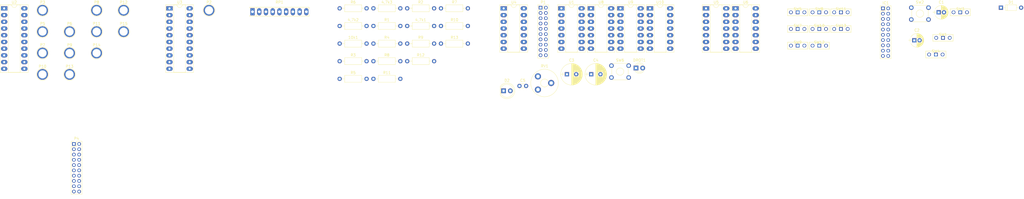
<source format=kicad_pcb>
(kicad_pcb (version 20171130) (host pcbnew no-vcs-found-7586afd~61~ubuntu16.04.1)
  (layers (0 F.Cu signal) (31 B.Cu signal) (34 B.Paste user) (35 F.Paste user) (36 B.SilkS user) (37 F.SilkS user) (38 B.Mask user) (39 F.Mask user) (44 Edge.Cuts user))
  (net 0 "")
  (net 1 en-ln1)
  (net 2 en-ln2)
  (net 3 enSTW)
  (net 4 clrAkku)
  (net 5 clrPC)
  (net 6 enDEC)
  (net 7 loadIR)
  (net 8 clrMPC)
  (net 9 enAkku)
  (net 10 CLK)
  (net 11 auto)
  (net 12 GND)
  (net 13 VCC)
  (net 14 "Net-(4,7k2-Pad1)")
  (net 15 "Net-(U2-Pad17)")
  (net 16 "Net-(R5-Pad1)")
  (net 17 "Net-(U2-Pad16)")
  (net 18 "Net-(C2-Pad1)")
  (net 19 "Net-(U1-Pad6)")
  (net 20 "Net-(R6-Pad1)")
  (net 21 "Net-(U3-Pad1)")
  (net 22 "Net-(RP1-Pad9)")
  (net 23 /a0)
  (net 24 "Net-(RP1-Pad8)")
  (net 25 /a1)
  (net 26 "Net-(RP1-Pad7)")
  (net 27 /a2)
  (net 28 "Net-(RP1-Pad6)")
  (net 29 /a3)
  (net 30 "Net-(RP1-Pad5)")
  (net 31 /a4)
  (net 32 "Net-(RP1-Pad4)")
  (net 33 /a5)
  (net 34 "Net-(RP1-Pad3)")
  (net 35 /a6)
  (net 36 "Net-(RP1-Pad2)")
  (net 37 /a7)
  (net 38 "Net-(4,7k1-Pad2)")
  (net 39 "Net-(4,7k3-Pad2)")
  (net 40 "Net-(10k1-Pad1)")
  (net 41 "Net-(D1-Pad2)")
  (net 42 "Net-(C1-Pad1)")
  (net 43 "Net-(DROT1-Pad2)")
  (net 44 "Net-(R4-Pad1)")
  (net 45 "Net-(D2-Pad1)")
  (net 46 "Net-(R7-Pad1)")
  (net 47 "Net-(C3-Pad1)")
  (net 48 "Net-(C3-Pad2)")
  (net 49 "Net-(C4-Pad2)")
  (net 50 "Net-(C5-Pad2)")
  (net 51 "Net-(IC1-Pad13)")
  (net 52 "Net-(U1-Pad12)")
  (net 53 "Net-(U1-Pad11)")
  (net 54 "Net-(U10-Pad3)")
  (net 55 "Net-(U6-Pad6)")
  (net 56 "Net-(U10-Pad1)")
  (net 57 "Net-(U1-Pad10)")
  (net 58 "Net-(U4-Pad9)")
  (net 59 "Net-(IC1-Pad8)")
  (net 60 "Net-(U5-Pad10)")
  (net 61 "Net-(U5-Pad3)")
  (net 62 "Net-(IC1-Pad6)")
  (net 63 "Net-(IC1-Pad7)")
  (net 64 "Net-(IC1-Pad9)")
  (module Connect:1pin (layer F.Cu) (at 26.258333 4.0055)
    (fp_text reference P3 (at 0 -3.048) (layer F.SilkS))
    (fp_text value CONN_01X01)
    (pad 1 thru_hole circle (at 0 0) (size 4.064 4.064) (drill 3.048) (layers *.Cu *.Mask) (net 13 VCC))
  )
  (module Connect:1pin (layer F.Cu) (at 26.258333 12.0955)
    (fp_text reference P5 (at 0 -3.048) (layer F.SilkS))
    (fp_text value CONN_01X01)
    (pad 1 thru_hole circle (at 0 0) (size 4.064 4.064) (drill 3.048) (layers *.Cu *.Mask) (net 1 en-ln1))
  )
  (module Connect:1pin (layer F.Cu) (at 36.468333 12.0955)
    (fp_text reference P6 (at 0 -3.048) (layer F.SilkS))
    (fp_text value CONN_01X01)
    (pad 1 thru_hole circle (at 0 0) (size 4.064 4.064) (drill 3.048) (layers *.Cu *.Mask) (net 2 en-ln2))
  )
  (module Connect:1pin (layer F.Cu) (at 26.258333 20.1855)
    (fp_text reference P7 (at 0 -3.048) (layer F.SilkS))
    (fp_text value CONN_01X01)
    (pad 1 thru_hole circle (at 0 0) (size 4.064 4.064) (drill 3.048) (layers *.Cu *.Mask) (net 3 enSTW))
  )
  (module Connect:1pin (layer F.Cu) (at 46.678333 4.0055)
    (fp_text reference P8 (at 0 -3.048) (layer F.SilkS))
    (fp_text value CONN_01X01)
    (pad 1 thru_hole circle (at 0 0) (size 4.064 4.064) (drill 3.048) (layers *.Cu *.Mask) (net 4 clrAkku))
  )
  (module Connect:1pin (layer F.Cu) (at 36.468333 20.1855)
    (fp_text reference P9 (at 0 -3.048) (layer F.SilkS))
    (fp_text value CONN_01X01)
    (pad 1 thru_hole circle (at 0 0) (size 4.064 4.064) (drill 3.048) (layers *.Cu *.Mask) (net 5 clrPC))
  )
  (module Connect:1pin (layer F.Cu) (at 26.258333 28.2755)
    (fp_text reference P10 (at 0 -3.048) (layer F.SilkS))
    (fp_text value CONN_01X01)
    (pad 1 thru_hole circle (at 0 0) (size 4.064 4.064) (drill 3.048) (layers *.Cu *.Mask) (net 6 enDEC))
  )
  (module Connect:1pin (layer F.Cu) (at 46.678333 12.0955)
    (fp_text reference P11 (at 0 -3.048) (layer F.SilkS))
    (fp_text value CONN_01X01)
    (pad 1 thru_hole circle (at 0 0) (size 4.064 4.064) (drill 3.048) (layers *.Cu *.Mask) (net 7 loadIR))
  )
  (module Connect:1pin (layer F.Cu) (at 56.888333 4.0055)
    (fp_text reference P12 (at 0 -3.048) (layer F.SilkS))
    (fp_text value CONN_01X01)
    (pad 1 thru_hole circle (at 0 0) (size 4.064 4.064) (drill 3.048) (layers *.Cu *.Mask) (net 8 clrMPC))
  )
  (module Connect:1pin (layer F.Cu) (at 36.468333 28.2755)
    (fp_text reference P13 (at 0 -3.048) (layer F.SilkS))
    (fp_text value CONN_01X01)
    (pad 1 thru_hole circle (at 0 0) (size 4.064 4.064) (drill 3.048) (layers *.Cu *.Mask) (net 9 enAkku))
  )
  (module Connect:1pin (layer F.Cu) (at 46.678333 20.1855)
    (fp_text reference P14 (at 0 -3.048) (layer F.SilkS))
    (fp_text value CONN_01X01)
    (pad 1 thru_hole circle (at 0 0) (size 4.064 4.064) (drill 3.048) (layers *.Cu *.Mask) (net 10 CLK))
  )
  (module Connect:1pin (layer F.Cu) (at 56.888333 12.0955)
    (fp_text reference P15 (at 0 -3.048) (layer F.SilkS))
    (fp_text value CONN_01X01)
    (pad 1 thru_hole circle (at 0 0) (size 4.064 4.064) (drill 3.048) (layers *.Cu *.Mask) (net 11 auto))
  )
  (module Housings_DIP:DIP-20_W7.62mm_Socket_LongPads (layer F.Cu) (at 11.775001 3.2875)
    (fp_text reference U2 (at 3.81 -2.33) (layer F.SilkS))
    (fp_text value 74540En)
    (pad 20 thru_hole oval (at 7.62 0) (size 2.4 1.6) (drill 0.8) (layers *.Cu *.Mask))
    (pad 10 thru_hole oval (at 0 22.86) (size 2.4 1.6) (drill 0.8) (layers *.Cu *.Mask) (net 12 GND))
    (pad 19 thru_hole oval (at 7.62 2.54) (size 2.4 1.6) (drill 0.8) (layers *.Cu *.Mask) (net 12 GND))
    (pad 9 thru_hole oval (at 0 20.32) (size 2.4 1.6) (drill 0.8) (layers *.Cu *.Mask) (net 16 "Net-(R5-Pad1)"))
    (pad 18 thru_hole oval (at 7.62 5.08) (size 2.4 1.6) (drill 0.8) (layers *.Cu *.Mask) (net 14 "Net-(4,7k2-Pad1)"))
    (pad 8 thru_hole oval (at 0 17.78) (size 2.4 1.6) (drill 0.8) (layers *.Cu *.Mask) (net 16 "Net-(R5-Pad1)"))
    (pad 17 thru_hole oval (at 7.62 7.62) (size 2.4 1.6) (drill 0.8) (layers *.Cu *.Mask) (net 15 "Net-(U2-Pad17)"))
    (pad 7 thru_hole oval (at 0 15.24) (size 2.4 1.6) (drill 0.8) (layers *.Cu *.Mask) (net 20 "Net-(R6-Pad1)"))
    (pad 16 thru_hole oval (at 7.62 10.16) (size 2.4 1.6) (drill 0.8) (layers *.Cu *.Mask) (net 17 "Net-(U2-Pad16)"))
    (pad 6 thru_hole oval (at 0 12.7) (size 2.4 1.6) (drill 0.8) (layers *.Cu *.Mask) (net 20 "Net-(R6-Pad1)"))
    (pad 15 thru_hole oval (at 7.62 12.7) (size 2.4 1.6) (drill 0.8) (layers *.Cu *.Mask) (net 8 clrMPC))
    (pad 5 thru_hole oval (at 0 10.16) (size 2.4 1.6) (drill 0.8) (layers *.Cu *.Mask) (net 20 "Net-(R6-Pad1)"))
    (pad 14 thru_hole oval (at 7.62 15.24) (size 2.4 1.6) (drill 0.8) (layers *.Cu *.Mask) (net 9 enAkku))
    (pad 4 thru_hole oval (at 0 7.62) (size 2.4 1.6) (drill 0.8) (layers *.Cu *.Mask) (net 18 "Net-(C2-Pad1)"))
    (pad 13 thru_hole oval (at 7.62 17.78) (size 2.4 1.6) (drill 0.8) (layers *.Cu *.Mask) (net 7 loadIR))
    (pad 3 thru_hole oval (at 0 5.08) (size 2.4 1.6) (drill 0.8) (layers *.Cu *.Mask) (net 17 "Net-(U2-Pad16)"))
    (pad 12 thru_hole oval (at 7.62 20.32) (size 2.4 1.6) (drill 0.8) (layers *.Cu *.Mask) (net 4 clrAkku))
    (pad 2 thru_hole oval (at 0 2.54) (size 2.4 1.6) (drill 0.8) (layers *.Cu *.Mask) (net 15 "Net-(U2-Pad17)"))
    (pad 11 thru_hole oval (at 7.62 22.86) (size 2.4 1.6) (drill 0.8) (layers *.Cu *.Mask) (net 5 clrPC))
    (pad 1 thru_hole rect (at 0 0) (size 2.4 1.6) (drill 0.8) (layers *.Cu *.Mask) (net 19 "Net-(U1-Pad6)"))
  )
  (module Connect:1pin (layer F.Cu) (at 89.125 4.0055)
    (fp_text reference P2 (at 0 -3.048) (layer F.SilkS))
    (fp_text value CONN_01X01)
    (pad 1 thru_hole circle (at 0 0) (size 4.064 4.064) (drill 3.048) (layers *.Cu *.Mask) (net 12 GND))
  )
  (module Housings_DIP:DIP-20_W7.62mm_Socket_LongPads (layer F.Cu) (at 74.199762 3.2875)
    (fp_text reference U3 (at 3.81 -2.33) (layer F.SilkS))
    (fp_text value 74HCT541_PWR)
    (pad 20 thru_hole oval (at 7.62 0) (size 2.4 1.6) (drill 0.8) (layers *.Cu *.Mask) (net 13 VCC))
    (pad 10 thru_hole oval (at 0 22.86) (size 2.4 1.6) (drill 0.8) (layers *.Cu *.Mask) (net 12 GND))
    (pad 19 thru_hole oval (at 7.62 2.54) (size 2.4 1.6) (drill 0.8) (layers *.Cu *.Mask) (net 21 "Net-(U3-Pad1)"))
    (pad 9 thru_hole oval (at 0 20.32) (size 2.4 1.6) (drill 0.8) (layers *.Cu *.Mask) (net 22 "Net-(RP1-Pad9)"))
    (pad 18 thru_hole oval (at 7.62 5.08) (size 2.4 1.6) (drill 0.8) (layers *.Cu *.Mask) (net 23 /a0))
    (pad 8 thru_hole oval (at 0 17.78) (size 2.4 1.6) (drill 0.8) (layers *.Cu *.Mask) (net 24 "Net-(RP1-Pad8)"))
    (pad 17 thru_hole oval (at 7.62 7.62) (size 2.4 1.6) (drill 0.8) (layers *.Cu *.Mask) (net 25 /a1))
    (pad 7 thru_hole oval (at 0 15.24) (size 2.4 1.6) (drill 0.8) (layers *.Cu *.Mask) (net 26 "Net-(RP1-Pad7)"))
    (pad 16 thru_hole oval (at 7.62 10.16) (size 2.4 1.6) (drill 0.8) (layers *.Cu *.Mask) (net 27 /a2))
    (pad 6 thru_hole oval (at 0 12.7) (size 2.4 1.6) (drill 0.8) (layers *.Cu *.Mask) (net 28 "Net-(RP1-Pad6)"))
    (pad 15 thru_hole oval (at 7.62 12.7) (size 2.4 1.6) (drill 0.8) (layers *.Cu *.Mask) (net 29 /a3))
    (pad 5 thru_hole oval (at 0 10.16) (size 2.4 1.6) (drill 0.8) (layers *.Cu *.Mask) (net 30 "Net-(RP1-Pad5)"))
    (pad 14 thru_hole oval (at 7.62 15.24) (size 2.4 1.6) (drill 0.8) (layers *.Cu *.Mask) (net 31 /a4))
    (pad 4 thru_hole oval (at 0 7.62) (size 2.4 1.6) (drill 0.8) (layers *.Cu *.Mask) (net 32 "Net-(RP1-Pad4)"))
    (pad 13 thru_hole oval (at 7.62 17.78) (size 2.4 1.6) (drill 0.8) (layers *.Cu *.Mask) (net 33 /a5))
    (pad 3 thru_hole oval (at 0 5.08) (size 2.4 1.6) (drill 0.8) (layers *.Cu *.Mask) (net 34 "Net-(RP1-Pad3)"))
    (pad 12 thru_hole oval (at 7.62 20.32) (size 2.4 1.6) (drill 0.8) (layers *.Cu *.Mask) (net 35 /a6))
    (pad 2 thru_hole oval (at 0 2.54) (size 2.4 1.6) (drill 0.8) (layers *.Cu *.Mask) (net 36 "Net-(RP1-Pad2)"))
    (pad 11 thru_hole oval (at 7.62 22.86) (size 2.4 1.6) (drill 0.8) (layers *.Cu *.Mask) (net 37 /a7))
    (pad 1 thru_hole rect (at 0 0) (size 2.4 1.6) (drill 0.8) (layers *.Cu *.Mask) (net 21 "Net-(U3-Pad1)"))
  )
  (module Housings_SIP:SIP9_Housing_BigPads (layer F.Cu) (at 115.708335 4.5575)
    (fp_text reference RP1 (at 0 -3.6) (layer F.SilkS))
    (fp_text value R_PACK8BUSSED)
    (pad 9 thru_hole oval (at 10.16 0 90) (size 2.7 1.6) (drill 1) (layers *.Cu *.Mask) (net 22 "Net-(RP1-Pad9)"))
    (pad 8 thru_hole oval (at 7.62 0 90) (size 2.7 1.6) (drill 1) (layers *.Cu *.Mask) (net 24 "Net-(RP1-Pad8)"))
    (pad 7 thru_hole oval (at 5.08 0 90) (size 2.7 1.6) (drill 1) (layers *.Cu *.Mask) (net 26 "Net-(RP1-Pad7)"))
    (pad 6 thru_hole oval (at 2.54 0 90) (size 2.7 1.6) (drill 1) (layers *.Cu *.Mask) (net 28 "Net-(RP1-Pad6)"))
    (pad 5 thru_hole oval (at 0 0 90) (size 2.7 1.6) (drill 1) (layers *.Cu *.Mask) (net 30 "Net-(RP1-Pad5)"))
    (pad 4 thru_hole oval (at -2.54 0 90) (size 2.7 1.6) (drill 1) (layers *.Cu *.Mask) (net 32 "Net-(RP1-Pad4)"))
    (pad 3 thru_hole oval (at -5.08 0 90) (size 2.7 1.6) (drill 1) (layers *.Cu *.Mask) (net 34 "Net-(RP1-Pad3)"))
    (pad 2 thru_hole oval (at -7.62 0 90) (size 2.7 1.6) (drill 1) (layers *.Cu *.Mask) (net 36 "Net-(RP1-Pad2)"))
    (pad 1 thru_hole rect (at -10.16 0 90) (size 2.7 1.6) (drill 1) (layers *.Cu *.Mask) (net 13 VCC))
  )
  (module Resistors_ThroughHole:R_Axial_DIN0207_L6.3mm_D2.5mm_P10.16mm_Horizontal (layer F.Cu) (at 163.958337 9.9375)
    (fp_text reference 4,7k1 (at 5.08 -2.31) (layer F.SilkS))
    (fp_text value .)
    (pad 2 thru_hole oval (at 10.16 0) (size 1.6 1.6) (drill 0.8) (layers *.Cu *.Mask) (net 38 "Net-(4,7k1-Pad2)"))
    (pad 1 thru_hole circle (at 0 0) (size 1.6 1.6) (drill 0.8) (layers *.Cu *.Mask) (net 13 VCC))
  )
  (module Resistors_ThroughHole:R_Axial_DIN0207_L6.3mm_D2.5mm_P10.16mm_Horizontal (layer F.Cu) (at 138.458337 9.9375)
    (fp_text reference 4,7k2 (at 5.08 -2.31) (layer F.SilkS))
    (fp_text value .)
    (pad 1 thru_hole circle (at 0 0) (size 1.6 1.6) (drill 0.8) (layers *.Cu *.Mask) (net 14 "Net-(4,7k2-Pad1)"))
    (pad 2 thru_hole oval (at 10.16 0) (size 1.6 1.6) (drill 0.8) (layers *.Cu *.Mask) (net 13 VCC))
  )
  (module Resistors_ThroughHole:R_Axial_DIN0207_L6.3mm_D2.5mm_P10.16mm_Horizontal (layer F.Cu) (at 151.208337 3.2675)
    (fp_text reference 4,7k3 (at 5.08 -2.31) (layer F.SilkS))
    (fp_text value .)
    (pad 1 thru_hole circle (at 0 0) (size 1.6 1.6) (drill 0.8) (layers *.Cu *.Mask) (net 13 VCC))
    (pad 2 thru_hole oval (at 10.16 0) (size 1.6 1.6) (drill 0.8) (layers *.Cu *.Mask) (net 39 "Net-(4,7k3-Pad2)"))
  )
  (module Resistors_ThroughHole:R_Axial_DIN0207_L6.3mm_D2.5mm_P10.16mm_Horizontal (layer F.Cu) (at 138.458337 16.6075)
    (fp_text reference 10k1 (at 5.08 -2.31) (layer F.SilkS))
    (fp_text value .)
    (pad 2 thru_hole oval (at 10.16 0) (size 1.6 1.6) (drill 0.8) (layers *.Cu *.Mask) (net 13 VCC))
    (pad 1 thru_hole circle (at 0 0) (size 1.6 1.6) (drill 0.8) (layers *.Cu *.Mask) (net 40 "Net-(10k1-Pad1)"))
  )
  (module Resistors_ThroughHole:R_Axial_DIN0207_L6.3mm_D2.5mm_P10.16mm_Horizontal (layer F.Cu) (at 151.208337 9.9375)
    (fp_text reference R1 (at 5.08 -2.31) (layer F.SilkS))
    (fp_text value 10k)
    (pad 1 thru_hole circle (at 0 0) (size 1.6 1.6) (drill 0.8) (layers *.Cu *.Mask) (net 13 VCC))
    (pad 2 thru_hole oval (at 10.16 0) (size 1.6 1.6) (drill 0.8) (layers *.Cu *.Mask) (net 41 "Net-(D1-Pad2)"))
  )
  (module Resistors_ThroughHole:R_Axial_DIN0207_L6.3mm_D2.5mm_P10.16mm_Horizontal (layer F.Cu) (at 163.958337 3.2675)
    (fp_text reference R2 (at 5.08 -2.31) (layer F.SilkS))
    (fp_text value 100)
    (pad 1 thru_hole circle (at 0 0) (size 1.6 1.6) (drill 0.8) (layers *.Cu *.Mask) (net 41 "Net-(D1-Pad2)"))
    (pad 2 thru_hole oval (at 10.16 0) (size 1.6 1.6) (drill 0.8) (layers *.Cu *.Mask) (net 42 "Net-(C1-Pad1)"))
  )
  (module Resistors_ThroughHole:R_Axial_DIN0207_L6.3mm_D2.5mm_P10.16mm_Horizontal (layer F.Cu) (at 138.458337 23.2775)
    (fp_text reference R3 (at 5.08 -2.31) (layer F.SilkS))
    (fp_text value 10k)
    (pad 2 thru_hole oval (at 10.16 0) (size 1.6 1.6) (drill 0.8) (layers *.Cu *.Mask) (net 18 "Net-(C2-Pad1)"))
    (pad 1 thru_hole circle (at 0 0) (size 1.6 1.6) (drill 0.8) (layers *.Cu *.Mask) (net 13 VCC))
  )
  (module Resistors_ThroughHole:R_Axial_DIN0207_L6.3mm_D2.5mm_P10.16mm_Horizontal (layer F.Cu) (at 151.208337 16.6075)
    (fp_text reference R4 (at 5.08 -2.31) (layer F.SilkS))
    (fp_text value R)
    (pad 2 thru_hole oval (at 10.16 0) (size 1.6 1.6) (drill 0.8) (layers *.Cu *.Mask) (net 43 "Net-(DROT1-Pad2)"))
    (pad 1 thru_hole circle (at 0 0) (size 1.6 1.6) (drill 0.8) (layers *.Cu *.Mask) (net 44 "Net-(R4-Pad1)"))
  )
  (module Resistors_ThroughHole:R_Axial_DIN0207_L6.3mm_D2.5mm_P10.16mm_Horizontal (layer F.Cu) (at 138.458337 29.9475)
    (fp_text reference R5 (at 5.08 -2.31) (layer F.SilkS))
    (fp_text value 470)
    (pad 2 thru_hole oval (at 10.16 0) (size 1.6 1.6) (drill 0.8) (layers *.Cu *.Mask) (net 12 GND))
    (pad 1 thru_hole circle (at 0 0) (size 1.6 1.6) (drill 0.8) (layers *.Cu *.Mask) (net 16 "Net-(R5-Pad1)"))
  )
  (module Resistors_ThroughHole:R_Axial_DIN0207_L6.3mm_D2.5mm_P10.16mm_Horizontal (layer F.Cu) (at 138.458337 3.2675)
    (fp_text reference R6 (at 5.08 -2.31) (layer F.SilkS))
    (fp_text value 470)
    (pad 2 thru_hole oval (at 10.16 0) (size 1.6 1.6) (drill 0.8) (layers *.Cu *.Mask) (net 13 VCC))
    (pad 1 thru_hole circle (at 0 0) (size 1.6 1.6) (drill 0.8) (layers *.Cu *.Mask) (net 20 "Net-(R6-Pad1)"))
  )
  (module Resistors_ThroughHole:R_Axial_DIN0207_L6.3mm_D2.5mm_P10.16mm_Horizontal (layer F.Cu) (at 176.708337 3.2675)
    (fp_text reference R7 (at 5.08 -2.31) (layer F.SilkS))
    (fp_text value 330)
    (pad 2 thru_hole oval (at 10.16 0) (size 1.6 1.6) (drill 0.8) (layers *.Cu *.Mask) (net 45 "Net-(D2-Pad1)"))
    (pad 1 thru_hole circle (at 0 0) (size 1.6 1.6) (drill 0.8) (layers *.Cu *.Mask) (net 46 "Net-(R7-Pad1)"))
  )
  (module Resistors_ThroughHole:R_Axial_DIN0207_L6.3mm_D2.5mm_P10.16mm_Horizontal (layer F.Cu) (at 151.208337 23.2775)
    (fp_text reference R8 (at 5.08 -2.31) (layer F.SilkS))
    (fp_text value 1,8k)
    (pad 1 thru_hole circle (at 0 0) (size 1.6 1.6) (drill 0.8) (layers *.Cu *.Mask) (net 9 enAkku))
    (pad 2 thru_hole oval (at 10.16 0) (size 1.6 1.6) (drill 0.8) (layers *.Cu *.Mask) (net 13 VCC))
  )
  (module Resistors_ThroughHole:R_Axial_DIN0207_L6.3mm_D2.5mm_P10.16mm_Horizontal (layer F.Cu) (at 163.958337 16.6075)
    (fp_text reference R9 (at 5.08 -2.31) (layer F.SilkS))
    (fp_text value 2,2k)
    (pad 2 thru_hole oval (at 10.16 0) (size 1.6 1.6) (drill 0.8) (layers *.Cu *.Mask) (net 9 enAkku))
    (pad 1 thru_hole circle (at 0 0) (size 1.6 1.6) (drill 0.8) (layers *.Cu *.Mask) (net 12 GND))
  )
  (module Resistors_ThroughHole:R_Axial_DIN0207_L6.3mm_D2.5mm_P10.16mm_Horizontal (layer F.Cu) (at 176.708337 9.9375)
    (fp_text reference R10 (at 5.08 -2.31) (layer F.SilkS))
    (fp_text value 4,7k)
    (pad 2 thru_hole oval (at 10.16 0) (size 1.6 1.6) (drill 0.8) (layers *.Cu *.Mask) (net 2 en-ln2))
    (pad 1 thru_hole circle (at 0 0) (size 1.6 1.6) (drill 0.8) (layers *.Cu *.Mask) (net 13 VCC))
  )
  (module Resistors_ThroughHole:R_Axial_DIN0207_L6.3mm_D2.5mm_P10.16mm_Horizontal (layer F.Cu) (at 151.208337 29.9475)
    (fp_text reference R11 (at 5.08 -2.31) (layer F.SilkS))
    (fp_text value 4,7k)
    (pad 1 thru_hole circle (at 0 0) (size 1.6 1.6) (drill 0.8) (layers *.Cu *.Mask) (net 1 en-ln1))
    (pad 2 thru_hole oval (at 10.16 0) (size 1.6 1.6) (drill 0.8) (layers *.Cu *.Mask) (net 13 VCC))
  )
  (module Resistors_ThroughHole:R_Axial_DIN0207_L6.3mm_D2.5mm_P10.16mm_Horizontal (layer F.Cu) (at 163.958337 23.2775)
    (fp_text reference R12 (at 5.08 -2.31) (layer F.SilkS))
    (fp_text value 1,8k)
    (pad 1 thru_hole circle (at 0 0) (size 1.6 1.6) (drill 0.8) (layers *.Cu *.Mask) (net 7 loadIR))
    (pad 2 thru_hole oval (at 10.16 0) (size 1.6 1.6) (drill 0.8) (layers *.Cu *.Mask) (net 13 VCC))
  )
  (module Resistors_ThroughHole:R_Axial_DIN0207_L6.3mm_D2.5mm_P10.16mm_Horizontal (layer F.Cu) (at 176.708337 16.6075)
    (fp_text reference R13 (at 5.08 -2.31) (layer F.SilkS))
    (fp_text value 2,2k)
    (pad 1 thru_hole circle (at 0 0) (size 1.6 1.6) (drill 0.8) (layers *.Cu *.Mask) (net 12 GND))
    (pad 2 thru_hole oval (at 10.16 0) (size 1.6 1.6) (drill 0.8) (layers *.Cu *.Mask) (net 7 loadIR))
  )
  (module Capacitors_ThroughHole:CP_Radial_D8.0mm_P3.50mm (layer F.Cu) (at 224.278339 28.2175)
    (fp_text reference C3 (at 1.75 -5.31) (layer F.SilkS))
    (fp_text value "220 µ")
    (pad 1 thru_hole rect (at 0 0) (size 1.6 1.6) (drill 0.8) (layers *.Cu *.Mask) (net 47 "Net-(C3-Pad1)"))
    (pad 2 thru_hole circle (at 3.5 0) (size 1.6 1.6) (drill 0.8) (layers *.Cu *.Mask) (net 48 "Net-(C3-Pad2)"))
  )
  (module Capacitors_ThroughHole:CP_Radial_D8.0mm_P3.50mm (layer F.Cu) (at 233.428339 28.2175)
    (fp_text reference C4 (at 1.75 -5.31) (layer F.SilkS))
    (fp_text value 220µ)
    (pad 2 thru_hole circle (at 3.5 0) (size 1.6 1.6) (drill 0.8) (layers *.Cu *.Mask) (net 49 "Net-(C4-Pad2)"))
    (pad 1 thru_hole rect (at 0 0) (size 1.6 1.6) (drill 0.8) (layers *.Cu *.Mask) (net 47 "Net-(C3-Pad1)"))
  )
  (module Capacitors_ThroughHole:C_Disc_D3.0mm_W1.6mm_P2.50mm (layer F.Cu) (at 206.358339 32.6375)
    (fp_text reference C5 (at 1.25 -2.11) (layer F.SilkS))
    (fp_text value 10n)
    (pad 2 thru_hole circle (at 2.5 0) (size 1.6 1.6) (drill 0.8) (layers *.Cu *.Mask) (net 50 "Net-(C5-Pad2)"))
    (pad 1 thru_hole circle (at 0 0) (size 1.6 1.6) (drill 0.8) (layers *.Cu *.Mask) (net 49 "Net-(C4-Pad2)"))
  )
  (module LEDs:LED_D5.0mm (layer F.Cu) (at 200.358339 34.4875)
    (fp_text reference D2 (at 1.27 -3.96) (layer F.SilkS))
    (fp_text value LED)
    (pad 2 thru_hole circle (at 2.54 0) (size 1.8 1.8) (drill 0.9) (layers *.Cu *.Mask) (net 13 VCC))
    (pad 1 thru_hole rect (at 0 0) (size 1.8 1.8) (drill 0.9) (layers *.Cu *.Mask) (net 45 "Net-(D2-Pad1)"))
  )
  (module LEDs:LED_D3.0mm (layer F.Cu) (at 250.34929 25.8675)
    (fp_text reference DROT1 (at 1.27 -2.96) (layer F.SilkS))
    (fp_text value LED)
    (pad 2 thru_hole circle (at 2.54 0) (size 1.8 1.8) (drill 0.9) (layers *.Cu *.Mask) (net 43 "Net-(DROT1-Pad2)"))
    (pad 1 thru_hole rect (at 0 0) (size 1.8 1.8) (drill 0.9) (layers *.Cu *.Mask) (net 12 GND))
  )
  (module Pin_Headers:Pin_Header_Straight_2x10_Pitch2.00mm (layer F.Cu) (at 214.311671 3.0175)
    (fp_text reference P1 (at 1 -2.06) (layer F.SilkS))
    (fp_text value CONN_02X10)
    (pad 20 thru_hole oval (at 2 18) (size 1.35 1.35) (drill 0.8) (layers *.Cu *.Mask) (net 12 GND))
    (pad 19 thru_hole oval (at 0 18) (size 1.35 1.35) (drill 0.8) (layers *.Cu *.Mask) (net 23 /a0))
    (pad 18 thru_hole oval (at 2 16) (size 1.35 1.35) (drill 0.8) (layers *.Cu *.Mask) (net 25 /a1))
    (pad 17 thru_hole oval (at 0 16) (size 1.35 1.35) (drill 0.8) (layers *.Cu *.Mask) (net 27 /a2))
    (pad 16 thru_hole oval (at 2 14) (size 1.35 1.35) (drill 0.8) (layers *.Cu *.Mask) (net 29 /a3))
    (pad 15 thru_hole oval (at 0 14) (size 1.35 1.35) (drill 0.8) (layers *.Cu *.Mask) (net 31 /a4))
    (pad 14 thru_hole oval (at 2 12) (size 1.35 1.35) (drill 0.8) (layers *.Cu *.Mask) (net 33 /a5))
    (pad 13 thru_hole oval (at 0 12) (size 1.35 1.35) (drill 0.8) (layers *.Cu *.Mask) (net 35 /a6))
    (pad 12 thru_hole oval (at 2 10) (size 1.35 1.35) (drill 0.8) (layers *.Cu *.Mask) (net 37 /a7))
    (pad 11 thru_hole oval (at 0 10) (size 1.35 1.35) (drill 0.8) (layers *.Cu *.Mask) (net 12 GND))
    (pad 10 thru_hole oval (at 2 8) (size 1.35 1.35) (drill 0.8) (layers *.Cu *.Mask) (net 12 GND))
    (pad 9 thru_hole oval (at 0 8) (size 1.35 1.35) (drill 0.8) (layers *.Cu *.Mask) (net 12 GND))
    (pad 8 thru_hole oval (at 2 6) (size 1.35 1.35) (drill 0.8) (layers *.Cu *.Mask) (net 12 GND))
    (pad 7 thru_hole oval (at 0 6) (size 1.35 1.35) (drill 0.8) (layers *.Cu *.Mask) (net 12 GND))
    (pad 6 thru_hole oval (at 2 4) (size 1.35 1.35) (drill 0.8) (layers *.Cu *.Mask) (net 12 GND))
    (pad 5 thru_hole oval (at 0 4) (size 1.35 1.35) (drill 0.8) (layers *.Cu *.Mask) (net 12 GND))
    (pad 4 thru_hole oval (at 2 2) (size 1.35 1.35) (drill 0.8) (layers *.Cu *.Mask) (net 12 GND))
    (pad 3 thru_hole oval (at 0 2) (size 1.35 1.35) (drill 0.8) (layers *.Cu *.Mask) (net 12 GND))
    (pad 2 thru_hole oval (at 2 0) (size 1.35 1.35) (drill 0.8) (layers *.Cu *.Mask) (net 12 GND))
    (pad 1 thru_hole rect (at 0 0) (size 1.35 1.35) (drill 0.8) (layers *.Cu *.Mask) (net 12 GND))
  )
  (module Potentiometers:Potentiometer_Trimmer_Piher_PT-10v5_Horizontal_Px5.0mm_Py5.0mm (layer F.Cu) (at 213.328339 34.0275)
    (fp_text reference RV1 (at 2.5 -8.9) (layer F.SilkS))
    (fp_text value POT)
    (pad 1 thru_hole circle (at 0 0) (size 2.34 2.34) (drill 1.3) (layers *.Cu *.Mask) (net 13 VCC))
    (pad 2 thru_hole circle (at 5 -2.5) (size 2.34 2.34) (drill 1.3) (layers *.Cu *.Mask) (net 51 "Net-(IC1-Pad13)"))
    (pad 3 thru_hole circle (at 0 -5) (size 2.34 2.34) (drill 1.3) (layers *.Cu *.Mask) (net 12 GND))
  )
  (module Buttons_Switches_ThroughHole:SW_TH_Tactile_Omron_B3F-10xx (layer F.Cu) (at 241.090243 24.9575)
    (fp_text reference SW6 (at 3.25 -2.05) (layer F.SilkS))
    (fp_text value SWITCH_INV)
    (pad 1 thru_hole circle (at 0 0) (size 1.7 1.7) (drill 1) (layers *.Cu *.Mask) (net 12 GND))
    (pad 2 thru_hole circle (at 6.5 0) (size 1.7 1.7) (drill 1) (layers *.Cu *.Mask) (net 11 auto))
    (pad 3 thru_hole circle (at 0 4.5) (size 1.7 1.7) (drill 1) (layers *.Cu *.Mask) (net 13 VCC))
    (pad 4 thru_hole circle (at 6.5 4.5) (size 1.7 1.7) (drill 1) (layers *.Cu *.Mask))
  )
  (module Housings_DIP:DIP-14_W7.62mm_Socket_LongPads (layer F.Cu) (at 222.188339 3.2875)
    (fp_text reference U1 (at 3.81 -2.33) (layer F.SilkS))
    (fp_text value 74LS132)
    (pad 14 thru_hole oval (at 7.62 0) (size 2.4 1.6) (drill 0.8) (layers *.Cu *.Mask) (net 13 VCC))
    (pad 7 thru_hole oval (at 0 15.24) (size 2.4 1.6) (drill 0.8) (layers *.Cu *.Mask) (net 12 GND))
    (pad 13 thru_hole oval (at 7.62 2.54) (size 2.4 1.6) (drill 0.8) (layers *.Cu *.Mask) (net 14 "Net-(4,7k2-Pad1)"))
    (pad 6 thru_hole oval (at 0 12.7) (size 2.4 1.6) (drill 0.8) (layers *.Cu *.Mask) (net 19 "Net-(U1-Pad6)"))
    (pad 12 thru_hole oval (at 7.62 5.08) (size 2.4 1.6) (drill 0.8) (layers *.Cu *.Mask) (net 52 "Net-(U1-Pad12)"))
    (pad 5 thru_hole oval (at 0 10.16) (size 2.4 1.6) (drill 0.8) (layers *.Cu *.Mask) (net 6 enDEC))
    (pad 11 thru_hole oval (at 7.62 7.62) (size 2.4 1.6) (drill 0.8) (layers *.Cu *.Mask) (net 57 "Net-(U1-Pad10)"))
    (pad 4 thru_hole oval (at 0 7.62) (size 2.4 1.6) (drill 0.8) (layers *.Cu *.Mask) (net 6 enDEC))
    (pad 10 thru_hole oval (at 7.62 10.16) (size 2.4 1.6) (drill 0.8) (layers *.Cu *.Mask) (net 57 "Net-(U1-Pad10)"))
    (pad 3 thru_hole oval (at 0 5.08) (size 2.4 1.6) (drill 0.8) (layers *.Cu *.Mask) (net 6 enDEC))
    (pad 9 thru_hole oval (at 7.62 12.7) (size 2.4 1.6) (drill 0.8) (layers *.Cu *.Mask) (net 38 "Net-(4,7k1-Pad2)"))
    (pad 2 thru_hole oval (at 0 2.54) (size 2.4 1.6) (drill 0.8) (layers *.Cu *.Mask) (net 41 "Net-(D1-Pad2)"))
    (pad 8 thru_hole oval (at 7.62 15.24) (size 2.4 1.6) (drill 0.8) (layers *.Cu *.Mask) (net 52 "Net-(U1-Pad12)"))
    (pad 1 thru_hole rect (at 0 0) (size 2.4 1.6) (drill 0.8) (layers *.Cu *.Mask) (net 41 "Net-(D1-Pad2)"))
  )
  (module Housings_DIP:DIP-14_W7.62mm_Socket_LongPads (layer F.Cu) (at 233.338339 3.2875)
    (fp_text reference U8 (at 3.81 -2.33) (layer F.SilkS))
    (fp_text value 74LS32)
    (pad 1 thru_hole rect (at 0 0) (size 2.4 1.6) (drill 0.8) (layers *.Cu *.Mask) (net 54 "Net-(U10-Pad3)"))
    (pad 8 thru_hole oval (at 7.62 15.24) (size 2.4 1.6) (drill 0.8) (layers *.Cu *.Mask))
    (pad 2 thru_hole oval (at 0 2.54) (size 2.4 1.6) (drill 0.8) (layers *.Cu *.Mask) (net 54 "Net-(U10-Pad3)"))
    (pad 9 thru_hole oval (at 7.62 12.7) (size 2.4 1.6) (drill 0.8) (layers *.Cu *.Mask))
    (pad 3 thru_hole oval (at 0 5.08) (size 2.4 1.6) (drill 0.8) (layers *.Cu *.Mask) (net 46 "Net-(R7-Pad1)"))
    (pad 10 thru_hole oval (at 7.62 10.16) (size 2.4 1.6) (drill 0.8) (layers *.Cu *.Mask))
    (pad 4 thru_hole oval (at 0 7.62) (size 2.4 1.6) (drill 0.8) (layers *.Cu *.Mask))
    (pad 11 thru_hole oval (at 7.62 7.62) (size 2.4 1.6) (drill 0.8) (layers *.Cu *.Mask))
    (pad 5 thru_hole oval (at 0 10.16) (size 2.4 1.6) (drill 0.8) (layers *.Cu *.Mask))
    (pad 12 thru_hole oval (at 7.62 5.08) (size 2.4 1.6) (drill 0.8) (layers *.Cu *.Mask))
    (pad 6 thru_hole oval (at 0 12.7) (size 2.4 1.6) (drill 0.8) (layers *.Cu *.Mask))
    (pad 13 thru_hole oval (at 7.62 2.54) (size 2.4 1.6) (drill 0.8) (layers *.Cu *.Mask))
    (pad 7 thru_hole oval (at 0 15.24) (size 2.4 1.6) (drill 0.8) (layers *.Cu *.Mask) (net 12 GND))
    (pad 14 thru_hole oval (at 7.62 0) (size 2.4 1.6) (drill 0.8) (layers *.Cu *.Mask) (net 13 VCC))
  )
  (module Housings_DIP:DIP-14_W7.62mm_Socket_LongPads (layer F.Cu) (at 244.488339 3.2875)
    (fp_text reference U9 (at 3.81 -2.33) (layer F.SilkS))
    (fp_text value 74LS32)
    (pad 14 thru_hole oval (at 7.62 0) (size 2.4 1.6) (drill 0.8) (layers *.Cu *.Mask) (net 13 VCC))
    (pad 7 thru_hole oval (at 0 15.24) (size 2.4 1.6) (drill 0.8) (layers *.Cu *.Mask) (net 12 GND))
    (pad 13 thru_hole oval (at 7.62 2.54) (size 2.4 1.6) (drill 0.8) (layers *.Cu *.Mask))
    (pad 6 thru_hole oval (at 0 12.7) (size 2.4 1.6) (drill 0.8) (layers *.Cu *.Mask) (net 10 CLK))
    (pad 12 thru_hole oval (at 7.62 5.08) (size 2.4 1.6) (drill 0.8) (layers *.Cu *.Mask))
    (pad 5 thru_hole oval (at 0 10.16) (size 2.4 1.6) (drill 0.8) (layers *.Cu *.Mask) (net 53 "Net-(U1-Pad11)"))
    (pad 11 thru_hole oval (at 7.62 7.62) (size 2.4 1.6) (drill 0.8) (layers *.Cu *.Mask))
    (pad 4 thru_hole oval (at 0 7.62) (size 2.4 1.6) (drill 0.8) (layers *.Cu *.Mask) (net 55 "Net-(U6-Pad6)"))
    (pad 10 thru_hole oval (at 7.62 10.16) (size 2.4 1.6) (drill 0.8) (layers *.Cu *.Mask))
    (pad 3 thru_hole oval (at 0 5.08) (size 2.4 1.6) (drill 0.8) (layers *.Cu *.Mask))
    (pad 9 thru_hole oval (at 7.62 12.7) (size 2.4 1.6) (drill 0.8) (layers *.Cu *.Mask))
    (pad 2 thru_hole oval (at 0 2.54) (size 2.4 1.6) (drill 0.8) (layers *.Cu *.Mask))
    (pad 8 thru_hole oval (at 7.62 15.24) (size 2.4 1.6) (drill 0.8) (layers *.Cu *.Mask))
    (pad 1 thru_hole rect (at 0 0) (size 2.4 1.6) (drill 0.8) (layers *.Cu *.Mask))
  )
  (module Housings_DIP:DIP-14_W7.62mm_Socket_LongPads (layer F.Cu) (at 255.638339 3.2875)
    (fp_text reference U10 (at 3.81 -2.33) (layer F.SilkS))
    (fp_text value 74LS00)
    (pad 1 thru_hole rect (at 0 0) (size 2.4 1.6) (drill 0.8) (layers *.Cu *.Mask) (net 56 "Net-(U10-Pad1)"))
    (pad 8 thru_hole oval (at 7.62 15.24) (size 2.4 1.6) (drill 0.8) (layers *.Cu *.Mask))
    (pad 2 thru_hole oval (at 0 2.54) (size 2.4 1.6) (drill 0.8) (layers *.Cu *.Mask) (net 56 "Net-(U10-Pad1)"))
    (pad 9 thru_hole oval (at 7.62 12.7) (size 2.4 1.6) (drill 0.8) (layers *.Cu *.Mask))
    (pad 3 thru_hole oval (at 0 5.08) (size 2.4 1.6) (drill 0.8) (layers *.Cu *.Mask) (net 54 "Net-(U10-Pad3)"))
    (pad 10 thru_hole oval (at 7.62 10.16) (size 2.4 1.6) (drill 0.8) (layers *.Cu *.Mask))
    (pad 4 thru_hole oval (at 0 7.62) (size 2.4 1.6) (drill 0.8) (layers *.Cu *.Mask) (net 1 en-ln1))
    (pad 11 thru_hole oval (at 7.62 7.62) (size 2.4 1.6) (drill 0.8) (layers *.Cu *.Mask))
    (pad 5 thru_hole oval (at 0 10.16) (size 2.4 1.6) (drill 0.8) (layers *.Cu *.Mask) (net 2 en-ln2))
    (pad 12 thru_hole oval (at 7.62 5.08) (size 2.4 1.6) (drill 0.8) (layers *.Cu *.Mask))
    (pad 6 thru_hole oval (at 0 12.7) (size 2.4 1.6) (drill 0.8) (layers *.Cu *.Mask) (net 56 "Net-(U10-Pad1)"))
    (pad 13 thru_hole oval (at 7.62 2.54) (size 2.4 1.6) (drill 0.8) (layers *.Cu *.Mask))
    (pad 7 thru_hole oval (at 0 15.24) (size 2.4 1.6) (drill 0.8) (layers *.Cu *.Mask) (net 12 GND))
    (pad 14 thru_hole oval (at 7.62 0) (size 2.4 1.6) (drill 0.8) (layers *.Cu *.Mask) (net 13 VCC))
  )
  (module Housings_DIP:DIP-14_W7.62mm_Socket_LongPads (layer F.Cu) (at 276.788341 3.2875)
    (fp_text reference U5 (at 3.81 -2.33) (layer F.SilkS))
    (fp_text value 74LS00)
    (pad 1 thru_hole rect (at 0 0) (size 2.4 1.6) (drill 0.8) (layers *.Cu *.Mask) (net 59 "Net-(IC1-Pad8)"))
    (pad 8 thru_hole oval (at 7.62 15.24) (size 2.4 1.6) (drill 0.8) (layers *.Cu *.Mask) (net 21 "Net-(U3-Pad1)"))
    (pad 2 thru_hole oval (at 0 2.54) (size 2.4 1.6) (drill 0.8) (layers *.Cu *.Mask) (net 19 "Net-(U1-Pad6)"))
    (pad 9 thru_hole oval (at 7.62 12.7) (size 2.4 1.6) (drill 0.8) (layers *.Cu *.Mask) (net 60 "Net-(U5-Pad10)"))
    (pad 3 thru_hole oval (at 0 5.08) (size 2.4 1.6) (drill 0.8) (layers *.Cu *.Mask) (net 61 "Net-(U5-Pad3)"))
    (pad 10 thru_hole oval (at 7.62 10.16) (size 2.4 1.6) (drill 0.8) (layers *.Cu *.Mask) (net 60 "Net-(U5-Pad10)"))
    (pad 4 thru_hole oval (at 0 7.62) (size 2.4 1.6) (drill 0.8) (layers *.Cu *.Mask) (net 61 "Net-(U5-Pad3)"))
    (pad 11 thru_hole oval (at 7.62 7.62) (size 2.4 1.6) (drill 0.8) (layers *.Cu *.Mask) (net 60 "Net-(U5-Pad10)"))
    (pad 5 thru_hole oval (at 0 10.16) (size 2.4 1.6) (drill 0.8) (layers *.Cu *.Mask) (net 61 "Net-(U5-Pad3)"))
    (pad 12 thru_hole oval (at 7.62 5.08) (size 2.4 1.6) (drill 0.8) (layers *.Cu *.Mask) (net 1 en-ln1))
    (pad 6 thru_hole oval (at 0 12.7) (size 2.4 1.6) (drill 0.8) (layers *.Cu *.Mask) (net 58 "Net-(U4-Pad9)"))
    (pad 13 thru_hole oval (at 7.62 2.54) (size 2.4 1.6) (drill 0.8) (layers *.Cu *.Mask) (net 2 en-ln2))
    (pad 7 thru_hole oval (at 0 15.24) (size 2.4 1.6) (drill 0.8) (layers *.Cu *.Mask) (net 12 GND))
    (pad 14 thru_hole oval (at 7.62 0) (size 2.4 1.6) (drill 0.8) (layers *.Cu *.Mask) (net 13 VCC))
  )
  (module Housings_DIP:DIP-14_W7.62mm_Socket_LongPads (layer F.Cu) (at 287.938341 3.2875)
    (fp_text reference U6 (at 3.81 -2.33) (layer F.SilkS))
    (fp_text value 74LS132)
    (pad 14 thru_hole oval (at 7.62 0) (size 2.4 1.6) (drill 0.8) (layers *.Cu *.Mask) (net 13 VCC))
    (pad 7 thru_hole oval (at 0 15.24) (size 2.4 1.6) (drill 0.8) (layers *.Cu *.Mask) (net 12 GND))
    (pad 13 thru_hole oval (at 7.62 2.54) (size 2.4 1.6) (drill 0.8) (layers *.Cu *.Mask))
    (pad 6 thru_hole oval (at 0 12.7) (size 2.4 1.6) (drill 0.8) (layers *.Cu *.Mask))
    (pad 12 thru_hole oval (at 7.62 5.08) (size 2.4 1.6) (drill 0.8) (layers *.Cu *.Mask))
    (pad 5 thru_hole oval (at 0 10.16) (size 2.4 1.6) (drill 0.8) (layers *.Cu *.Mask))
    (pad 11 thru_hole oval (at 7.62 7.62) (size 2.4 1.6) (drill 0.8) (layers *.Cu *.Mask))
    (pad 4 thru_hole oval (at 0 7.62) (size 2.4 1.6) (drill 0.8) (layers *.Cu *.Mask))
    (pad 10 thru_hole oval (at 7.62 10.16) (size 2.4 1.6) (drill 0.8) (layers *.Cu *.Mask))
    (pad 3 thru_hole oval (at 0 5.08) (size 2.4 1.6) (drill 0.8) (layers *.Cu *.Mask) (net 3 enSTW))
    (pad 9 thru_hole oval (at 7.62 12.7) (size 2.4 1.6) (drill 0.8) (layers *.Cu *.Mask))
    (pad 2 thru_hole oval (at 0 2.54) (size 2.4 1.6) (drill 0.8) (layers *.Cu *.Mask) (net 6 enDEC))
    (pad 8 thru_hole oval (at 7.62 15.24) (size 2.4 1.6) (drill 0.8) (layers *.Cu *.Mask))
    (pad 1 thru_hole rect (at 0 0) (size 2.4 1.6) (drill 0.8) (layers *.Cu *.Mask) (net 11 auto))
  )
  (module tg_foodprint:eintakt_tg_SW_CuK_JS202011CQN_DPDT_Straight (layer F.Cu) (at 308.858343 4.7675)
    (fp_text reference SW5 (at 2.54 -1.27) (layer F.SilkS))
    (fp_text value SPST)
    (pad 1 thru_hole rect (at 2.54 0) (size 1.4 1.4) (drill 0.9) (layers *.Cu *.Mask) (net 12 GND))
    (pad 2 thru_hole circle (at 5.08 0) (size 1.4 1.4) (drill 0.9) (layers *.Cu *.Mask) (net 36 "Net-(RP1-Pad2)"))
    (pad 3 thru_hole circle (at 0 0) (size 1.4 1.4) (drill 0.9) (layers *.Cu *.Mask))
  )
  (module tg_foodprint:eintakt_tg_SW_CuK_JS202011CQN_DPDT_Straight (layer F.Cu) (at 308.858343 11.0775)
    (fp_text reference SW7 (at 2.54 -1.27) (layer F.SilkS))
    (fp_text value SPST)
    (pad 3 thru_hole circle (at 0 0) (size 1.4 1.4) (drill 0.9) (layers *.Cu *.Mask))
    (pad 2 thru_hole circle (at 5.08 0) (size 1.4 1.4) (drill 0.9) (layers *.Cu *.Mask) (net 34 "Net-(RP1-Pad3)"))
    (pad 1 thru_hole rect (at 2.54 0) (size 1.4 1.4) (drill 0.9) (layers *.Cu *.Mask) (net 12 GND))
  )
  (module tg_foodprint:eintakt_tg_SW_CuK_JS202011CQN_DPDT_Straight (layer F.Cu) (at 317.028343 4.7675)
    (fp_text reference SW8 (at 2.54 -1.27) (layer F.SilkS))
    (fp_text value SPST)
    (pad 1 thru_hole rect (at 2.54 0) (size 1.4 1.4) (drill 0.9) (layers *.Cu *.Mask) (net 12 GND))
    (pad 2 thru_hole circle (at 5.08 0) (size 1.4 1.4) (drill 0.9) (layers *.Cu *.Mask) (net 32 "Net-(RP1-Pad4)"))
    (pad 3 thru_hole circle (at 0 0) (size 1.4 1.4) (drill 0.9) (layers *.Cu *.Mask))
  )
  (module tg_foodprint:eintakt_tg_SW_CuK_JS202011CQN_DPDT_Straight (layer F.Cu) (at 308.858343 17.3875)
    (fp_text reference SW9 (at 2.54 -1.27) (layer F.SilkS))
    (fp_text value SPST)
    (pad 3 thru_hole circle (at 0 0) (size 1.4 1.4) (drill 0.9) (layers *.Cu *.Mask))
    (pad 2 thru_hole circle (at 5.08 0) (size 1.4 1.4) (drill 0.9) (layers *.Cu *.Mask) (net 30 "Net-(RP1-Pad5)"))
    (pad 1 thru_hole rect (at 2.54 0) (size 1.4 1.4) (drill 0.9) (layers *.Cu *.Mask) (net 12 GND))
  )
  (module tg_foodprint:eintakt_tg_SW_CuK_JS202011CQN_DPDT_Straight (layer F.Cu) (at 317.028343 11.0775)
    (fp_text reference SW10 (at 2.54 -1.27) (layer F.SilkS))
    (fp_text value SPST)
    (pad 1 thru_hole rect (at 2.54 0) (size 1.4 1.4) (drill 0.9) (layers *.Cu *.Mask) (net 12 GND))
    (pad 2 thru_hole circle (at 5.08 0) (size 1.4 1.4) (drill 0.9) (layers *.Cu *.Mask) (net 28 "Net-(RP1-Pad6)"))
    (pad 3 thru_hole circle (at 0 0) (size 1.4 1.4) (drill 0.9) (layers *.Cu *.Mask))
  )
  (module tg_foodprint:eintakt_tg_SW_CuK_JS202011CQN_DPDT_Straight (layer F.Cu) (at 325.198343 4.7675)
    (fp_text reference SW11 (at 2.54 -1.27) (layer F.SilkS))
    (fp_text value SPST)
    (pad 3 thru_hole circle (at 0 0) (size 1.4 1.4) (drill 0.9) (layers *.Cu *.Mask))
    (pad 2 thru_hole circle (at 5.08 0) (size 1.4 1.4) (drill 0.9) (layers *.Cu *.Mask) (net 26 "Net-(RP1-Pad7)"))
    (pad 1 thru_hole rect (at 2.54 0) (size 1.4 1.4) (drill 0.9) (layers *.Cu *.Mask) (net 12 GND))
  )
  (module tg_foodprint:eintakt_tg_SW_CuK_JS202011CQN_DPDT_Straight (layer F.Cu) (at 317.028343 17.3875)
    (fp_text reference SW12 (at 2.54 -1.27) (layer F.SilkS))
    (fp_text value SPST)
    (pad 1 thru_hole rect (at 2.54 0) (size 1.4 1.4) (drill 0.9) (layers *.Cu *.Mask) (net 12 GND))
    (pad 2 thru_hole circle (at 5.08 0) (size 1.4 1.4) (drill 0.9) (layers *.Cu *.Mask) (net 24 "Net-(RP1-Pad8)"))
    (pad 3 thru_hole circle (at 0 0) (size 1.4 1.4) (drill 0.9) (layers *.Cu *.Mask))
  )
  (module tg_foodprint:eintakt_tg_SW_CuK_JS202011CQN_DPDT_Straight (layer F.Cu) (at 325.198343 11.0775)
    (fp_text reference SW13 (at 2.54 -1.27) (layer F.SilkS))
    (fp_text value SPST)
    (pad 3 thru_hole circle (at 0 0) (size 1.4 1.4) (drill 0.9) (layers *.Cu *.Mask))
    (pad 2 thru_hole circle (at 5.08 0) (size 1.4 1.4) (drill 0.9) (layers *.Cu *.Mask) (net 22 "Net-(RP1-Pad9)"))
    (pad 1 thru_hole rect (at 2.54 0) (size 1.4 1.4) (drill 0.9) (layers *.Cu *.Mask) (net 12 GND))
  )
  (module Capacitors_ThroughHole:CP_Radial_D5.0mm_P2.00mm (layer F.Cu) (at 364.643345 4.7675)
    (fp_text reference C1 (at 1 -3.81) (layer F.SilkS))
    (fp_text value 47µ)
    (pad 2 thru_hole circle (at 2 0) (size 1.6 1.6) (drill 0.8) (layers *.Cu *.Mask) (net 12 GND))
    (pad 1 thru_hole rect (at 0 0) (size 1.6 1.6) (drill 0.8) (layers *.Cu *.Mask) (net 42 "Net-(C1-Pad1)"))
  )
  (module Capacitors_ThroughHole:CP_Radial_D5.0mm_P2.00mm (layer F.Cu) (at 355.433345 15.3675)
    (fp_text reference C2 (at 1 -3.81) (layer F.SilkS))
    (fp_text value "10 µ")
    (pad 1 thru_hole rect (at 0 0) (size 1.6 1.6) (drill 0.8) (layers *.Cu *.Mask) (net 18 "Net-(C2-Pad1)"))
    (pad 2 thru_hole circle (at 2 0) (size 1.6 1.6) (drill 0.8) (layers *.Cu *.Mask) (net 12 GND))
  )
  (module tg_foodprint:eintakt_tg_SW_CuK_JS202011CQN_DPDT_Straight (layer F.Cu) (at 363.728345 14.4375)
    (fp_text reference SW1 (at 2.54 -1.27) (layer F.SilkS))
    (fp_text value SPST)
    (pad 3 thru_hole circle (at 0 0) (size 1.4 1.4) (drill 0.9) (layers *.Cu *.Mask))
    (pad 2 thru_hole circle (at 5.08 0) (size 1.4 1.4) (drill 0.9) (layers *.Cu *.Mask) (net 41 "Net-(D1-Pad2)"))
    (pad 1 thru_hole rect (at 2.54 0) (size 1.4 1.4) (drill 0.9) (layers *.Cu *.Mask) (net 12 GND))
  )
  (module Buttons_Switches_ThroughHole:SW_TH_Tactile_Omron_B3F-10xx (layer F.Cu) (at 354.310249 3.0075)
    (fp_text reference SW2 (at 3.25 -2.05) (layer F.SilkS))
    (fp_text value SWITCH_INV)
    (pad 1 thru_hole circle (at 0 0) (size 1.7 1.7) (drill 1) (layers *.Cu *.Mask) (net 38 "Net-(4,7k1-Pad2)"))
    (pad 2 thru_hole circle (at 6.5 0) (size 1.7 1.7) (drill 1) (layers *.Cu *.Mask) (net 12 GND))
    (pad 3 thru_hole circle (at 0 4.5) (size 1.7 1.7) (drill 1) (layers *.Cu *.Mask) (net 14 "Net-(4,7k2-Pad1)"))
    (pad 4 thru_hole circle (at 6.5 4.5) (size 1.7 1.7) (drill 1) (layers *.Cu *.Mask))
  )
  (module tg_foodprint:eintakt_tg_SW_CuK_JS202011CQN_DPDT_Straight (layer F.Cu) (at 370.258345 4.7675)
    (fp_text reference SW3 (at 2.54 -1.27) (layer F.SilkS))
    (fp_text value SPST)
    (pad 3 thru_hole circle (at 0 0) (size 1.4 1.4) (drill 0.9) (layers *.Cu *.Mask))
    (pad 2 thru_hole circle (at 5.08 0) (size 1.4 1.4) (drill 0.9) (layers *.Cu *.Mask) (net 39 "Net-(4,7k3-Pad2)"))
    (pad 1 thru_hole rect (at 2.54 0) (size 1.4 1.4) (drill 0.9) (layers *.Cu *.Mask) (net 12 GND))
  )
  (module tg_foodprint:eintakt_tg_SW_CuK_JS202011CQN_DPDT_Straight (layer F.Cu) (at 361.048345 20.7475)
    (fp_text reference SW4 (at 2.54 -1.27) (layer F.SilkS))
    (fp_text value SPST)
    (pad 1 thru_hole rect (at 2.54 0) (size 1.4 1.4) (drill 0.9) (layers *.Cu *.Mask) (net 50 "Net-(C5-Pad2)"))
    (pad 2 thru_hole circle (at 5.08 0) (size 1.4 1.4) (drill 0.9) (layers *.Cu *.Mask) (net 48 "Net-(C3-Pad2)"))
    (pad 3 thru_hole circle (at 0 0) (size 1.4 1.4) (drill 0.9) (layers *.Cu *.Mask))
  )
  (module Diodes_ThroughHole:D_DO-35_SOD27_P7.62mm_Horizontal (layer F.Cu) (at 388.158347 3.0175)
    (fp_text reference D1 (at 3.81 -2.06) (layer F.SilkS))
    (fp_text value D)
    (pad 2 thru_hole oval (at 7.62 0) (size 1.6 1.6) (drill 0.8) (layers *.Cu *.Mask) (net 41 "Net-(D1-Pad2)"))
    (pad 1 thru_hole rect (at 0 0) (size 1.6 1.6) (drill 0.8) (layers *.Cu *.Mask) (net 13 VCC))
  )
  (module Pin_Headers:Pin_Header_Straight_2x10_Pitch2.00mm (layer F.Cu) (at 38.1 54.61)
    (fp_text reference P4 (at 1 -2.06) (layer F.SilkS))
    (fp_text value CONN_02X10)
    (pad 20 thru_hole oval (at 2 18) (size 1.35 1.35) (drill 0.8) (layers *.Cu *.Mask) (net 12 GND))
    (pad 19 thru_hole oval (at 0 18) (size 1.35 1.35) (drill 0.8) (layers *.Cu *.Mask) (net 12 GND))
    (pad 18 thru_hole oval (at 2 16) (size 1.35 1.35) (drill 0.8) (layers *.Cu *.Mask) (net 12 GND))
    (pad 17 thru_hole oval (at 0 16) (size 1.35 1.35) (drill 0.8) (layers *.Cu *.Mask) (net 12 GND))
    (pad 16 thru_hole oval (at 2 14) (size 1.35 1.35) (drill 0.8) (layers *.Cu *.Mask) (net 12 GND))
    (pad 15 thru_hole oval (at 0 14) (size 1.35 1.35) (drill 0.8) (layers *.Cu *.Mask) (net 12 GND))
    (pad 14 thru_hole oval (at 2 12) (size 1.35 1.35) (drill 0.8) (layers *.Cu *.Mask) (net 12 GND))
    (pad 13 thru_hole oval (at 0 12) (size 1.35 1.35) (drill 0.8) (layers *.Cu *.Mask) (net 12 GND))
    (pad 12 thru_hole oval (at 2 10) (size 1.35 1.35) (drill 0.8) (layers *.Cu *.Mask) (net 12 GND))
    (pad 11 thru_hole oval (at 0 10) (size 1.35 1.35) (drill 0.8) (layers *.Cu *.Mask) (net 12 GND))
    (pad 10 thru_hole oval (at 2 8) (size 1.35 1.35) (drill 0.8) (layers *.Cu *.Mask) (net 12 GND))
    (pad 9 thru_hole oval (at 0 8) (size 1.35 1.35) (drill 0.8) (layers *.Cu *.Mask) (net 37 /a7))
    (pad 8 thru_hole oval (at 2 6) (size 1.35 1.35) (drill 0.8) (layers *.Cu *.Mask) (net 35 /a6))
    (pad 7 thru_hole oval (at 0 6) (size 1.35 1.35) (drill 0.8) (layers *.Cu *.Mask) (net 33 /a5))
    (pad 6 thru_hole oval (at 2 4) (size 1.35 1.35) (drill 0.8) (layers *.Cu *.Mask) (net 31 /a4))
    (pad 5 thru_hole oval (at 0 4) (size 1.35 1.35) (drill 0.8) (layers *.Cu *.Mask) (net 29 /a3))
    (pad 4 thru_hole oval (at 2 2) (size 1.35 1.35) (drill 0.8) (layers *.Cu *.Mask) (net 27 /a2))
    (pad 3 thru_hole oval (at 0 2) (size 1.35 1.35) (drill 0.8) (layers *.Cu *.Mask) (net 25 /a1))
    (pad 2 thru_hole oval (at 2 0) (size 1.35 1.35) (drill 0.8) (layers *.Cu *.Mask) (net 23 /a0))
    (pad 1 thru_hole rect (at 0 0) (size 1.35 1.35) (drill 0.8) (layers *.Cu *.Mask) (net 12 GND))
  )
  (module Housings_DIP:DIP-14_W7.62mm_Socket_LongPads (layer F.Cu) (at 200.386433 3.2875)
    (fp_text reference U4 (at 3.81 -2.33) (layer F.SilkS))
    (fp_text value 74LS32)
    (pad 14 thru_hole oval (at 7.62 0) (size 2.4 1.6) (drill 0.8) (layers *.Cu *.Mask) (net 13 VCC))
    (pad 7 thru_hole oval (at 0 15.24) (size 2.4 1.6) (drill 0.8) (layers *.Cu *.Mask) (net 12 GND))
    (pad 13 thru_hole oval (at 7.62 2.54) (size 2.4 1.6) (drill 0.8) (layers *.Cu *.Mask))
    (pad 6 thru_hole oval (at 0 12.7) (size 2.4 1.6) (drill 0.8) (layers *.Cu *.Mask) (net 46 "Net-(R7-Pad1)"))
    (pad 12 thru_hole oval (at 7.62 5.08) (size 2.4 1.6) (drill 0.8) (layers *.Cu *.Mask))
    (pad 5 thru_hole oval (at 0 10.16) (size 2.4 1.6) (drill 0.8) (layers *.Cu *.Mask) (net 21 "Net-(U3-Pad1)"))
    (pad 11 thru_hole oval (at 7.62 7.62) (size 2.4 1.6) (drill 0.8) (layers *.Cu *.Mask))
    (pad 4 thru_hole oval (at 0 7.62) (size 2.4 1.6) (drill 0.8) (layers *.Cu *.Mask) (net 21 "Net-(U3-Pad1)"))
    (pad 10 thru_hole oval (at 7.62 10.16) (size 2.4 1.6) (drill 0.8) (layers *.Cu *.Mask) (net 57 "Net-(U1-Pad10)"))
    (pad 3 thru_hole oval (at 0 5.08) (size 2.4 1.6) (drill 0.8) (layers *.Cu *.Mask) (net 44 "Net-(R4-Pad1)"))
    (pad 9 thru_hole oval (at 7.62 12.7) (size 2.4 1.6) (drill 0.8) (layers *.Cu *.Mask) (net 58 "Net-(U4-Pad9)"))
    (pad 2 thru_hole oval (at 0 2.54) (size 2.4 1.6) (drill 0.8) (layers *.Cu *.Mask) (net 10 CLK))
    (pad 8 thru_hole oval (at 7.62 15.24) (size 2.4 1.6) (drill 0.8) (layers *.Cu *.Mask) (net 10 CLK))
    (pad 1 thru_hole rect (at 0 0) (size 2.4 1.6) (drill 0.8) (layers *.Cu *.Mask) (net 10 CLK))
  )
  (module Pin_Headers:Pin_Header_Straight_2x10_Pitch2.00mm (layer F.Cu) (at 343.598345 3.2875)
    (fp_text reference IC1 (at 1 -2.06) (layer F.SilkS))
    (fp_text value 74LS624)
    (pad 20 thru_hole oval (at 2 18) (size 1.35 1.35) (drill 0.8) (layers *.Cu *.Mask))
    (pad 19 thru_hole oval (at 0 18) (size 1.35 1.35) (drill 0.8) (layers *.Cu *.Mask))
    (pad 18 thru_hole oval (at 2 16) (size 1.35 1.35) (drill 0.8) (layers *.Cu *.Mask))
    (pad 17 thru_hole oval (at 0 16) (size 1.35 1.35) (drill 0.8) (layers *.Cu *.Mask))
    (pad 16 thru_hole oval (at 2 14) (size 1.35 1.35) (drill 0.8) (layers *.Cu *.Mask))
    (pad 15 thru_hole oval (at 0 14) (size 1.35 1.35) (drill 0.8) (layers *.Cu *.Mask))
    (pad 14 thru_hole oval (at 2 12) (size 1.35 1.35) (drill 0.8) (layers *.Cu *.Mask) (net 13 VCC))
    (pad 13 thru_hole oval (at 0 12) (size 1.35 1.35) (drill 0.8) (layers *.Cu *.Mask) (net 51 "Net-(IC1-Pad13)"))
    (pad 12 thru_hole oval (at 2 10) (size 1.35 1.35) (drill 0.8) (layers *.Cu *.Mask))
    (pad 11 thru_hole oval (at 0 10) (size 1.35 1.35) (drill 0.8) (layers *.Cu *.Mask))
    (pad 10 thru_hole oval (at 2 8) (size 1.35 1.35) (drill 0.8) (layers *.Cu *.Mask))
    (pad 9 thru_hole oval (at 0 8) (size 1.35 1.35) (drill 0.8) (layers *.Cu *.Mask) (net 64 "Net-(IC1-Pad9)"))
    (pad 8 thru_hole oval (at 2 6) (size 1.35 1.35) (drill 0.8) (layers *.Cu *.Mask) (net 59 "Net-(IC1-Pad8)"))
    (pad 7 thru_hole oval (at 0 6) (size 1.35 1.35) (drill 0.8) (layers *.Cu *.Mask) (net 63 "Net-(IC1-Pad7)"))
    (pad 6 thru_hole oval (at 2 4) (size 1.35 1.35) (drill 0.8) (layers *.Cu *.Mask) (net 62 "Net-(IC1-Pad6)"))
    (pad 5 thru_hole oval (at 0 4) (size 1.35 1.35) (drill 0.8) (layers *.Cu *.Mask) (net 39 "Net-(4,7k3-Pad2)"))
    (pad 4 thru_hole oval (at 2 2) (size 1.35 1.35) (drill 0.8) (layers *.Cu *.Mask) (net 49 "Net-(C4-Pad2)"))
    (pad 3 thru_hole oval (at 0 2) (size 1.35 1.35) (drill 0.8) (layers *.Cu *.Mask) (net 50 "Net-(C5-Pad2)"))
    (pad 2 thru_hole oval (at 2 0) (size 1.35 1.35) (drill 0.8) (layers *.Cu *.Mask) (net 40 "Net-(10k1-Pad1)"))
    (pad 1 thru_hole rect (at 0 0) (size 1.35 1.35) (drill 0.8) (layers *.Cu *.Mask) (net 12 GND))
  )
)
</source>
